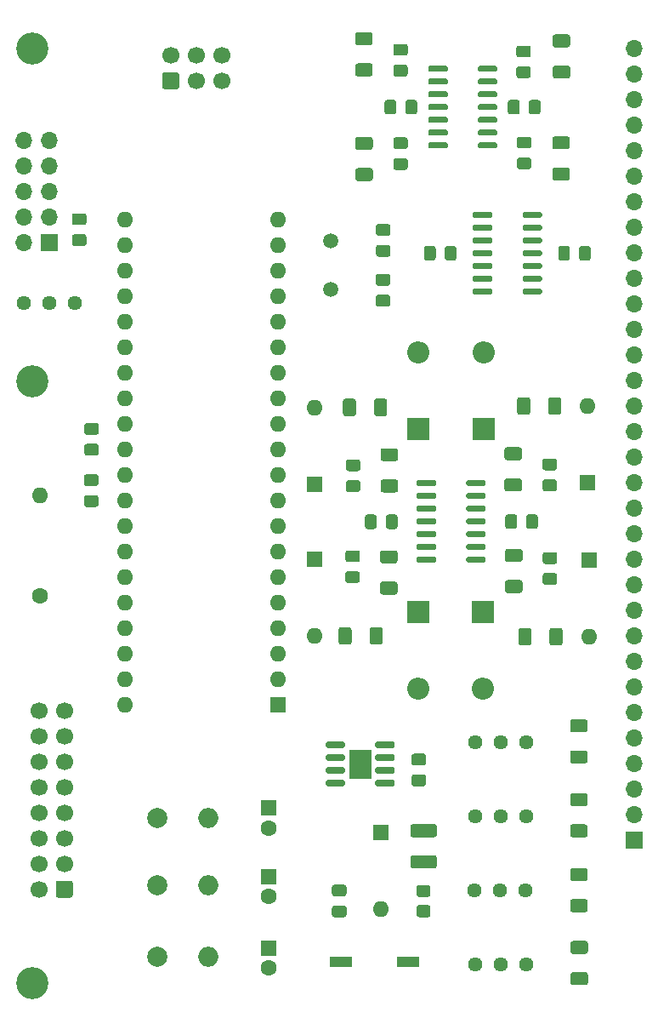
<source format=gbr>
%TF.GenerationSoftware,KiCad,Pcbnew,(5.1.10)-1*%
%TF.CreationDate,2021-10-30T12:19:22-04:00*%
%TF.ProjectId,Processor Board,50726f63-6573-4736-9f72-20426f617264,rev?*%
%TF.SameCoordinates,Original*%
%TF.FileFunction,Soldermask,Top*%
%TF.FilePolarity,Negative*%
%FSLAX46Y46*%
G04 Gerber Fmt 4.6, Leading zero omitted, Abs format (unit mm)*
G04 Created by KiCad (PCBNEW (5.1.10)-1) date 2021-10-30 12:19:22*
%MOMM*%
%LPD*%
G01*
G04 APERTURE LIST*
%ADD10C,3.200000*%
%ADD11C,1.600000*%
%ADD12R,1.600000X1.600000*%
%ADD13O,1.600000X1.600000*%
%ADD14R,2.200000X2.200000*%
%ADD15O,2.200000X2.200000*%
%ADD16C,2.000000*%
%ADD17O,2.000000X2.000000*%
%ADD18C,1.700000*%
%ADD19R,1.700000X1.700000*%
%ADD20O,1.700000X1.700000*%
%ADD21R,2.160000X1.120000*%
%ADD22R,2.290000X3.000000*%
%ADD23C,1.500000*%
%ADD24C,1.440000*%
G04 APERTURE END LIST*
D10*
%TO.C,REF\u002A\u002A*%
X53500000Y-53500000D03*
%TD*%
%TO.C,m3*%
X53500000Y-86600000D03*
%TD*%
%TO.C,m3*%
X53500000Y-146500000D03*
%TD*%
%TO.C,C1*%
G36*
G01*
X87980500Y-73030500D02*
X88930500Y-73030500D01*
G75*
G02*
X89180500Y-73280500I0J-250000D01*
G01*
X89180500Y-73955500D01*
G75*
G02*
X88930500Y-74205500I-250000J0D01*
G01*
X87980500Y-74205500D01*
G75*
G02*
X87730500Y-73955500I0J250000D01*
G01*
X87730500Y-73280500D01*
G75*
G02*
X87980500Y-73030500I250000J0D01*
G01*
G37*
G36*
G01*
X87980500Y-70955500D02*
X88930500Y-70955500D01*
G75*
G02*
X89180500Y-71205500I0J-250000D01*
G01*
X89180500Y-71880500D01*
G75*
G02*
X88930500Y-72130500I-250000J0D01*
G01*
X87980500Y-72130500D01*
G75*
G02*
X87730500Y-71880500I0J250000D01*
G01*
X87730500Y-71205500D01*
G75*
G02*
X87980500Y-70955500I250000J0D01*
G01*
G37*
%TD*%
%TO.C,C2*%
G36*
G01*
X88905100Y-79167300D02*
X87955100Y-79167300D01*
G75*
G02*
X87705100Y-78917300I0J250000D01*
G01*
X87705100Y-78242300D01*
G75*
G02*
X87955100Y-77992300I250000J0D01*
G01*
X88905100Y-77992300D01*
G75*
G02*
X89155100Y-78242300I0J-250000D01*
G01*
X89155100Y-78917300D01*
G75*
G02*
X88905100Y-79167300I-250000J0D01*
G01*
G37*
G36*
G01*
X88905100Y-77092300D02*
X87955100Y-77092300D01*
G75*
G02*
X87705100Y-76842300I0J250000D01*
G01*
X87705100Y-76167300D01*
G75*
G02*
X87955100Y-75917300I250000J0D01*
G01*
X88905100Y-75917300D01*
G75*
G02*
X89155100Y-76167300I0J-250000D01*
G01*
X89155100Y-76842300D01*
G75*
G02*
X88905100Y-77092300I-250000J0D01*
G01*
G37*
%TD*%
%TO.C,C3*%
G36*
G01*
X84549000Y-137838940D02*
X83599000Y-137838940D01*
G75*
G02*
X83349000Y-137588940I0J250000D01*
G01*
X83349000Y-136913940D01*
G75*
G02*
X83599000Y-136663940I250000J0D01*
G01*
X84549000Y-136663940D01*
G75*
G02*
X84799000Y-136913940I0J-250000D01*
G01*
X84799000Y-137588940D01*
G75*
G02*
X84549000Y-137838940I-250000J0D01*
G01*
G37*
G36*
G01*
X84549000Y-139913940D02*
X83599000Y-139913940D01*
G75*
G02*
X83349000Y-139663940I0J250000D01*
G01*
X83349000Y-138988940D01*
G75*
G02*
X83599000Y-138738940I250000J0D01*
G01*
X84549000Y-138738940D01*
G75*
G02*
X84799000Y-138988940I0J-250000D01*
G01*
X84799000Y-139663940D01*
G75*
G02*
X84549000Y-139913940I-250000J0D01*
G01*
G37*
%TD*%
D11*
%TO.C,C4*%
X77038200Y-144963900D03*
D12*
X77038200Y-142963900D03*
%TD*%
%TO.C,C5*%
G36*
G01*
X102688900Y-101033600D02*
X102688900Y-100083600D01*
G75*
G02*
X102938900Y-99833600I250000J0D01*
G01*
X103613900Y-99833600D01*
G75*
G02*
X103863900Y-100083600I0J-250000D01*
G01*
X103863900Y-101033600D01*
G75*
G02*
X103613900Y-101283600I-250000J0D01*
G01*
X102938900Y-101283600D01*
G75*
G02*
X102688900Y-101033600I0J250000D01*
G01*
G37*
G36*
G01*
X100613900Y-101033600D02*
X100613900Y-100083600D01*
G75*
G02*
X100863900Y-99833600I250000J0D01*
G01*
X101538900Y-99833600D01*
G75*
G02*
X101788900Y-100083600I0J-250000D01*
G01*
X101788900Y-101033600D01*
G75*
G02*
X101538900Y-101283600I-250000J0D01*
G01*
X100863900Y-101283600D01*
G75*
G02*
X100613900Y-101033600I0J250000D01*
G01*
G37*
%TD*%
%TO.C,C6*%
X77038200Y-129025900D03*
D11*
X77038200Y-131025900D03*
%TD*%
%TO.C,C7*%
G36*
G01*
X92463640Y-126881380D02*
X91513640Y-126881380D01*
G75*
G02*
X91263640Y-126631380I0J250000D01*
G01*
X91263640Y-125956380D01*
G75*
G02*
X91513640Y-125706380I250000J0D01*
G01*
X92463640Y-125706380D01*
G75*
G02*
X92713640Y-125956380I0J-250000D01*
G01*
X92713640Y-126631380D01*
G75*
G02*
X92463640Y-126881380I-250000J0D01*
G01*
G37*
G36*
G01*
X92463640Y-124806380D02*
X91513640Y-124806380D01*
G75*
G02*
X91263640Y-124556380I0J250000D01*
G01*
X91263640Y-123881380D01*
G75*
G02*
X91513640Y-123631380I250000J0D01*
G01*
X92463640Y-123631380D01*
G75*
G02*
X92713640Y-123881380I0J-250000D01*
G01*
X92713640Y-124556380D01*
G75*
G02*
X92463640Y-124806380I-250000J0D01*
G01*
G37*
%TD*%
D12*
%TO.C,C8*%
X77038200Y-135851900D03*
D11*
X77038200Y-137851900D03*
%TD*%
%TO.C,C9*%
G36*
G01*
X86631200Y-101046300D02*
X86631200Y-100096300D01*
G75*
G02*
X86881200Y-99846300I250000J0D01*
G01*
X87556200Y-99846300D01*
G75*
G02*
X87806200Y-100096300I0J-250000D01*
G01*
X87806200Y-101046300D01*
G75*
G02*
X87556200Y-101296300I-250000J0D01*
G01*
X86881200Y-101296300D01*
G75*
G02*
X86631200Y-101046300I0J250000D01*
G01*
G37*
G36*
G01*
X88706200Y-101046300D02*
X88706200Y-100096300D01*
G75*
G02*
X88956200Y-99846300I250000J0D01*
G01*
X89631200Y-99846300D01*
G75*
G02*
X89881200Y-100096300I0J-250000D01*
G01*
X89881200Y-101046300D01*
G75*
G02*
X89631200Y-101296300I-250000J0D01*
G01*
X88956200Y-101296300D01*
G75*
G02*
X88706200Y-101046300I0J250000D01*
G01*
G37*
%TD*%
%TO.C,C10*%
G36*
G01*
X58930520Y-92818460D02*
X59880520Y-92818460D01*
G75*
G02*
X60130520Y-93068460I0J-250000D01*
G01*
X60130520Y-93743460D01*
G75*
G02*
X59880520Y-93993460I-250000J0D01*
G01*
X58930520Y-93993460D01*
G75*
G02*
X58680520Y-93743460I0J250000D01*
G01*
X58680520Y-93068460D01*
G75*
G02*
X58930520Y-92818460I250000J0D01*
G01*
G37*
G36*
G01*
X58930520Y-90743460D02*
X59880520Y-90743460D01*
G75*
G02*
X60130520Y-90993460I0J-250000D01*
G01*
X60130520Y-91668460D01*
G75*
G02*
X59880520Y-91918460I-250000J0D01*
G01*
X58930520Y-91918460D01*
G75*
G02*
X58680520Y-91668460I0J250000D01*
G01*
X58680520Y-90993460D01*
G75*
G02*
X58930520Y-90743460I250000J0D01*
G01*
G37*
%TD*%
%TO.C,C11*%
G36*
G01*
X90650080Y-56287160D02*
X89700080Y-56287160D01*
G75*
G02*
X89450080Y-56037160I0J250000D01*
G01*
X89450080Y-55362160D01*
G75*
G02*
X89700080Y-55112160I250000J0D01*
G01*
X90650080Y-55112160D01*
G75*
G02*
X90900080Y-55362160I0J-250000D01*
G01*
X90900080Y-56037160D01*
G75*
G02*
X90650080Y-56287160I-250000J0D01*
G01*
G37*
G36*
G01*
X90650080Y-54212160D02*
X89700080Y-54212160D01*
G75*
G02*
X89450080Y-53962160I0J250000D01*
G01*
X89450080Y-53287160D01*
G75*
G02*
X89700080Y-53037160I250000J0D01*
G01*
X90650080Y-53037160D01*
G75*
G02*
X90900080Y-53287160I0J-250000D01*
G01*
X90900080Y-53962160D01*
G75*
G02*
X90650080Y-54212160I-250000J0D01*
G01*
G37*
%TD*%
%TO.C,C12*%
G36*
G01*
X89700080Y-64400760D02*
X90650080Y-64400760D01*
G75*
G02*
X90900080Y-64650760I0J-250000D01*
G01*
X90900080Y-65325760D01*
G75*
G02*
X90650080Y-65575760I-250000J0D01*
G01*
X89700080Y-65575760D01*
G75*
G02*
X89450080Y-65325760I0J250000D01*
G01*
X89450080Y-64650760D01*
G75*
G02*
X89700080Y-64400760I250000J0D01*
G01*
G37*
G36*
G01*
X89700080Y-62325760D02*
X90650080Y-62325760D01*
G75*
G02*
X90900080Y-62575760I0J-250000D01*
G01*
X90900080Y-63250760D01*
G75*
G02*
X90650080Y-63500760I-250000J0D01*
G01*
X89700080Y-63500760D01*
G75*
G02*
X89450080Y-63250760I0J250000D01*
G01*
X89450080Y-62575760D01*
G75*
G02*
X89700080Y-62325760I250000J0D01*
G01*
G37*
%TD*%
%TO.C,C13*%
G36*
G01*
X102006380Y-62262260D02*
X102956380Y-62262260D01*
G75*
G02*
X103206380Y-62512260I0J-250000D01*
G01*
X103206380Y-63187260D01*
G75*
G02*
X102956380Y-63437260I-250000J0D01*
G01*
X102006380Y-63437260D01*
G75*
G02*
X101756380Y-63187260I0J250000D01*
G01*
X101756380Y-62512260D01*
G75*
G02*
X102006380Y-62262260I250000J0D01*
G01*
G37*
G36*
G01*
X102006380Y-64337260D02*
X102956380Y-64337260D01*
G75*
G02*
X103206380Y-64587260I0J-250000D01*
G01*
X103206380Y-65262260D01*
G75*
G02*
X102956380Y-65512260I-250000J0D01*
G01*
X102006380Y-65512260D01*
G75*
G02*
X101756380Y-65262260I0J250000D01*
G01*
X101756380Y-64587260D01*
G75*
G02*
X102006380Y-64337260I250000J0D01*
G01*
G37*
%TD*%
%TO.C,C14*%
G36*
G01*
X102947980Y-59806860D02*
X102947980Y-58856860D01*
G75*
G02*
X103197980Y-58606860I250000J0D01*
G01*
X103872980Y-58606860D01*
G75*
G02*
X104122980Y-58856860I0J-250000D01*
G01*
X104122980Y-59806860D01*
G75*
G02*
X103872980Y-60056860I-250000J0D01*
G01*
X103197980Y-60056860D01*
G75*
G02*
X102947980Y-59806860I0J250000D01*
G01*
G37*
G36*
G01*
X100872980Y-59806860D02*
X100872980Y-58856860D01*
G75*
G02*
X101122980Y-58606860I250000J0D01*
G01*
X101797980Y-58606860D01*
G75*
G02*
X102047980Y-58856860I0J-250000D01*
G01*
X102047980Y-59806860D01*
G75*
G02*
X101797980Y-60056860I-250000J0D01*
G01*
X101122980Y-60056860D01*
G75*
G02*
X100872980Y-59806860I0J250000D01*
G01*
G37*
%TD*%
%TO.C,C15*%
G36*
G01*
X91829380Y-58856860D02*
X91829380Y-59806860D01*
G75*
G02*
X91579380Y-60056860I-250000J0D01*
G01*
X90904380Y-60056860D01*
G75*
G02*
X90654380Y-59806860I0J250000D01*
G01*
X90654380Y-58856860D01*
G75*
G02*
X90904380Y-58606860I250000J0D01*
G01*
X91579380Y-58606860D01*
G75*
G02*
X91829380Y-58856860I0J-250000D01*
G01*
G37*
G36*
G01*
X89754380Y-58856860D02*
X89754380Y-59806860D01*
G75*
G02*
X89504380Y-60056860I-250000J0D01*
G01*
X88829380Y-60056860D01*
G75*
G02*
X88579380Y-59806860I0J250000D01*
G01*
X88579380Y-58856860D01*
G75*
G02*
X88829380Y-58606860I250000J0D01*
G01*
X89504380Y-58606860D01*
G75*
G02*
X89754380Y-58856860I0J-250000D01*
G01*
G37*
%TD*%
%TO.C,C16*%
G36*
G01*
X102905580Y-56452260D02*
X101955580Y-56452260D01*
G75*
G02*
X101705580Y-56202260I0J250000D01*
G01*
X101705580Y-55527260D01*
G75*
G02*
X101955580Y-55277260I250000J0D01*
G01*
X102905580Y-55277260D01*
G75*
G02*
X103155580Y-55527260I0J-250000D01*
G01*
X103155580Y-56202260D01*
G75*
G02*
X102905580Y-56452260I-250000J0D01*
G01*
G37*
G36*
G01*
X102905580Y-54377260D02*
X101955580Y-54377260D01*
G75*
G02*
X101705580Y-54127260I0J250000D01*
G01*
X101705580Y-53452260D01*
G75*
G02*
X101955580Y-53202260I250000J0D01*
G01*
X102905580Y-53202260D01*
G75*
G02*
X103155580Y-53452260I0J-250000D01*
G01*
X103155580Y-54127260D01*
G75*
G02*
X102905580Y-54377260I-250000J0D01*
G01*
G37*
%TD*%
%TO.C,C17*%
G36*
G01*
X107954140Y-74343280D02*
X107954140Y-73393280D01*
G75*
G02*
X108204140Y-73143280I250000J0D01*
G01*
X108879140Y-73143280D01*
G75*
G02*
X109129140Y-73393280I0J-250000D01*
G01*
X109129140Y-74343280D01*
G75*
G02*
X108879140Y-74593280I-250000J0D01*
G01*
X108204140Y-74593280D01*
G75*
G02*
X107954140Y-74343280I0J250000D01*
G01*
G37*
G36*
G01*
X105879140Y-74343280D02*
X105879140Y-73393280D01*
G75*
G02*
X106129140Y-73143280I250000J0D01*
G01*
X106804140Y-73143280D01*
G75*
G02*
X107054140Y-73393280I0J-250000D01*
G01*
X107054140Y-74343280D01*
G75*
G02*
X106804140Y-74593280I-250000J0D01*
G01*
X106129140Y-74593280D01*
G75*
G02*
X105879140Y-74343280I0J250000D01*
G01*
G37*
%TD*%
%TO.C,C18*%
G36*
G01*
X95756220Y-73393280D02*
X95756220Y-74343280D01*
G75*
G02*
X95506220Y-74593280I-250000J0D01*
G01*
X94831220Y-74593280D01*
G75*
G02*
X94581220Y-74343280I0J250000D01*
G01*
X94581220Y-73393280D01*
G75*
G02*
X94831220Y-73143280I250000J0D01*
G01*
X95506220Y-73143280D01*
G75*
G02*
X95756220Y-73393280I0J-250000D01*
G01*
G37*
G36*
G01*
X93681220Y-73393280D02*
X93681220Y-74343280D01*
G75*
G02*
X93431220Y-74593280I-250000J0D01*
G01*
X92756220Y-74593280D01*
G75*
G02*
X92506220Y-74343280I0J250000D01*
G01*
X92506220Y-73393280D01*
G75*
G02*
X92756220Y-73143280I250000J0D01*
G01*
X93431220Y-73143280D01*
G75*
G02*
X93681220Y-73393280I0J-250000D01*
G01*
G37*
%TD*%
%TO.C,C19*%
G36*
G01*
X84983300Y-96440500D02*
X85933300Y-96440500D01*
G75*
G02*
X86183300Y-96690500I0J-250000D01*
G01*
X86183300Y-97365500D01*
G75*
G02*
X85933300Y-97615500I-250000J0D01*
G01*
X84983300Y-97615500D01*
G75*
G02*
X84733300Y-97365500I0J250000D01*
G01*
X84733300Y-96690500D01*
G75*
G02*
X84983300Y-96440500I250000J0D01*
G01*
G37*
G36*
G01*
X84983300Y-94365500D02*
X85933300Y-94365500D01*
G75*
G02*
X86183300Y-94615500I0J-250000D01*
G01*
X86183300Y-95290500D01*
G75*
G02*
X85933300Y-95540500I-250000J0D01*
G01*
X84983300Y-95540500D01*
G75*
G02*
X84733300Y-95290500I0J250000D01*
G01*
X84733300Y-94615500D01*
G75*
G02*
X84983300Y-94365500I250000J0D01*
G01*
G37*
%TD*%
%TO.C,C20*%
G36*
G01*
X85882500Y-106662800D02*
X84932500Y-106662800D01*
G75*
G02*
X84682500Y-106412800I0J250000D01*
G01*
X84682500Y-105737800D01*
G75*
G02*
X84932500Y-105487800I250000J0D01*
G01*
X85882500Y-105487800D01*
G75*
G02*
X86132500Y-105737800I0J-250000D01*
G01*
X86132500Y-106412800D01*
G75*
G02*
X85882500Y-106662800I-250000J0D01*
G01*
G37*
G36*
G01*
X85882500Y-104587800D02*
X84932500Y-104587800D01*
G75*
G02*
X84682500Y-104337800I0J250000D01*
G01*
X84682500Y-103662800D01*
G75*
G02*
X84932500Y-103412800I250000J0D01*
G01*
X85882500Y-103412800D01*
G75*
G02*
X86132500Y-103662800I0J-250000D01*
G01*
X86132500Y-104337800D01*
G75*
G02*
X85882500Y-104587800I-250000J0D01*
G01*
G37*
%TD*%
%TO.C,C21*%
G36*
G01*
X105529400Y-106840600D02*
X104579400Y-106840600D01*
G75*
G02*
X104329400Y-106590600I0J250000D01*
G01*
X104329400Y-105915600D01*
G75*
G02*
X104579400Y-105665600I250000J0D01*
G01*
X105529400Y-105665600D01*
G75*
G02*
X105779400Y-105915600I0J-250000D01*
G01*
X105779400Y-106590600D01*
G75*
G02*
X105529400Y-106840600I-250000J0D01*
G01*
G37*
G36*
G01*
X105529400Y-104765600D02*
X104579400Y-104765600D01*
G75*
G02*
X104329400Y-104515600I0J250000D01*
G01*
X104329400Y-103840600D01*
G75*
G02*
X104579400Y-103590600I250000J0D01*
G01*
X105529400Y-103590600D01*
G75*
G02*
X105779400Y-103840600I0J-250000D01*
G01*
X105779400Y-104515600D01*
G75*
G02*
X105529400Y-104765600I-250000J0D01*
G01*
G37*
%TD*%
%TO.C,C22*%
G36*
G01*
X104554000Y-96364300D02*
X105504000Y-96364300D01*
G75*
G02*
X105754000Y-96614300I0J-250000D01*
G01*
X105754000Y-97289300D01*
G75*
G02*
X105504000Y-97539300I-250000J0D01*
G01*
X104554000Y-97539300D01*
G75*
G02*
X104304000Y-97289300I0J250000D01*
G01*
X104304000Y-96614300D01*
G75*
G02*
X104554000Y-96364300I250000J0D01*
G01*
G37*
G36*
G01*
X104554000Y-94289300D02*
X105504000Y-94289300D01*
G75*
G02*
X105754000Y-94539300I0J-250000D01*
G01*
X105754000Y-95214300D01*
G75*
G02*
X105504000Y-95464300I-250000J0D01*
G01*
X104554000Y-95464300D01*
G75*
G02*
X104304000Y-95214300I0J250000D01*
G01*
X104304000Y-94539300D01*
G75*
G02*
X104554000Y-94289300I250000J0D01*
G01*
G37*
%TD*%
%TO.C,C23*%
G36*
G01*
X58651160Y-71066240D02*
X57701160Y-71066240D01*
G75*
G02*
X57451160Y-70816240I0J250000D01*
G01*
X57451160Y-70141240D01*
G75*
G02*
X57701160Y-69891240I250000J0D01*
G01*
X58651160Y-69891240D01*
G75*
G02*
X58901160Y-70141240I0J-250000D01*
G01*
X58901160Y-70816240D01*
G75*
G02*
X58651160Y-71066240I-250000J0D01*
G01*
G37*
G36*
G01*
X58651160Y-73141240D02*
X57701160Y-73141240D01*
G75*
G02*
X57451160Y-72891240I0J250000D01*
G01*
X57451160Y-72216240D01*
G75*
G02*
X57701160Y-71966240I250000J0D01*
G01*
X58651160Y-71966240D01*
G75*
G02*
X58901160Y-72216240I0J-250000D01*
G01*
X58901160Y-72891240D01*
G75*
G02*
X58651160Y-73141240I-250000J0D01*
G01*
G37*
%TD*%
%TO.C,C24*%
G36*
G01*
X59850040Y-99098860D02*
X58900040Y-99098860D01*
G75*
G02*
X58650040Y-98848860I0J250000D01*
G01*
X58650040Y-98173860D01*
G75*
G02*
X58900040Y-97923860I250000J0D01*
G01*
X59850040Y-97923860D01*
G75*
G02*
X60100040Y-98173860I0J-250000D01*
G01*
X60100040Y-98848860D01*
G75*
G02*
X59850040Y-99098860I-250000J0D01*
G01*
G37*
G36*
G01*
X59850040Y-97023860D02*
X58900040Y-97023860D01*
G75*
G02*
X58650040Y-96773860I0J250000D01*
G01*
X58650040Y-96098860D01*
G75*
G02*
X58900040Y-95848860I250000J0D01*
G01*
X59850040Y-95848860D01*
G75*
G02*
X60100040Y-96098860I0J-250000D01*
G01*
X60100040Y-96773860D01*
G75*
G02*
X59850040Y-97023860I-250000J0D01*
G01*
G37*
%TD*%
D12*
%TO.C,D1*%
X88193880Y-131490720D03*
D13*
X88193880Y-139110720D03*
%TD*%
D14*
%TO.C,D2*%
X91937840Y-91313000D03*
D15*
X91937840Y-83693000D03*
%TD*%
D14*
%TO.C,D3*%
X91968320Y-109534960D03*
D15*
X91968320Y-117154960D03*
%TD*%
%TO.C,D4*%
X98384360Y-117154960D03*
D14*
X98384360Y-109534960D03*
%TD*%
D15*
%TO.C,D5*%
X98455480Y-83693000D03*
D14*
X98455480Y-91313000D03*
%TD*%
D13*
%TO.C,D6*%
X81610200Y-89192100D03*
D12*
X81610200Y-96812100D03*
%TD*%
%TO.C,D7*%
X81622900Y-104279700D03*
D13*
X81622900Y-111899700D03*
%TD*%
%TO.C,D8*%
X109004100Y-111975900D03*
D12*
X109004100Y-104355900D03*
%TD*%
%TO.C,D9*%
X108826300Y-96685100D03*
D13*
X108826300Y-89065100D03*
%TD*%
D16*
%TO.C,FB1*%
X65976500Y-143878300D03*
D17*
X71056500Y-143878300D03*
%TD*%
%TO.C,FB2*%
X71005700Y-136766300D03*
D16*
X65925700Y-136766300D03*
%TD*%
%TO.C,FB3*%
X65976500Y-130009900D03*
D17*
X71056500Y-130009900D03*
%TD*%
%TO.C,J2*%
G36*
G01*
X67884600Y-57555500D02*
X66684600Y-57555500D01*
G75*
G02*
X66434600Y-57305500I0J250000D01*
G01*
X66434600Y-56105500D01*
G75*
G02*
X66684600Y-55855500I250000J0D01*
G01*
X67884600Y-55855500D01*
G75*
G02*
X68134600Y-56105500I0J-250000D01*
G01*
X68134600Y-57305500D01*
G75*
G02*
X67884600Y-57555500I-250000J0D01*
G01*
G37*
D18*
X69824600Y-56705500D03*
X72364600Y-56705500D03*
X67284600Y-54165500D03*
X69824600Y-54165500D03*
X72364600Y-54165500D03*
%TD*%
D19*
%TO.C,J3*%
X55240000Y-72800000D03*
D20*
X52700000Y-72800000D03*
X55240000Y-70260000D03*
X52700000Y-70260000D03*
X55240000Y-67720000D03*
X52700000Y-67720000D03*
X55240000Y-65180000D03*
X52700000Y-65180000D03*
X55240000Y-62640000D03*
X52700000Y-62640000D03*
%TD*%
D19*
%TO.C,J4*%
X113459200Y-132232400D03*
D20*
X113459200Y-129692400D03*
X113459200Y-127152400D03*
X113459200Y-124612400D03*
X113459200Y-122072400D03*
X113459200Y-119532400D03*
X113459200Y-116992400D03*
X113459200Y-114452400D03*
X113459200Y-111912400D03*
X113459200Y-109372400D03*
X113459200Y-106832400D03*
X113459200Y-104292400D03*
X113459200Y-101752400D03*
X113459200Y-99212400D03*
X113459200Y-96672400D03*
X113459200Y-94132400D03*
X113459200Y-91592400D03*
X113459200Y-89052400D03*
X113459200Y-86512400D03*
X113459200Y-83972400D03*
X113459200Y-81432400D03*
X113459200Y-78892400D03*
X113459200Y-76352400D03*
X113459200Y-73812400D03*
X113459200Y-71272400D03*
X113459200Y-68732400D03*
X113459200Y-66192400D03*
X113459200Y-63652400D03*
X113459200Y-61112400D03*
X113459200Y-58572400D03*
X113459200Y-56032400D03*
X113459200Y-53492400D03*
%TD*%
D11*
%TO.C,L1*%
X54259480Y-107980480D03*
D13*
X54259480Y-97980480D03*
%TD*%
%TO.C,R1*%
G36*
G01*
X92016159Y-136702240D02*
X92916161Y-136702240D01*
G75*
G02*
X93166160Y-136952239I0J-249999D01*
G01*
X93166160Y-137652241D01*
G75*
G02*
X92916161Y-137902240I-249999J0D01*
G01*
X92016159Y-137902240D01*
G75*
G02*
X91766160Y-137652241I0J249999D01*
G01*
X91766160Y-136952239D01*
G75*
G02*
X92016159Y-136702240I249999J0D01*
G01*
G37*
G36*
G01*
X92016159Y-138702240D02*
X92916161Y-138702240D01*
G75*
G02*
X93166160Y-138952239I0J-249999D01*
G01*
X93166160Y-139652241D01*
G75*
G02*
X92916161Y-139902240I-249999J0D01*
G01*
X92016159Y-139902240D01*
G75*
G02*
X91766160Y-139652241I0J249999D01*
G01*
X91766160Y-138952239D01*
G75*
G02*
X92016159Y-138702240I249999J0D01*
G01*
G37*
%TD*%
%TO.C,R2*%
G36*
G01*
X93546240Y-135047680D02*
X91396240Y-135047680D01*
G75*
G02*
X91146240Y-134797680I0J250000D01*
G01*
X91146240Y-133997680D01*
G75*
G02*
X91396240Y-133747680I250000J0D01*
G01*
X93546240Y-133747680D01*
G75*
G02*
X93796240Y-133997680I0J-250000D01*
G01*
X93796240Y-134797680D01*
G75*
G02*
X93546240Y-135047680I-250000J0D01*
G01*
G37*
G36*
G01*
X93546240Y-131947680D02*
X91396240Y-131947680D01*
G75*
G02*
X91146240Y-131697680I0J250000D01*
G01*
X91146240Y-130897680D01*
G75*
G02*
X91396240Y-130647680I250000J0D01*
G01*
X93546240Y-130647680D01*
G75*
G02*
X93796240Y-130897680I0J-250000D01*
G01*
X93796240Y-131697680D01*
G75*
G02*
X93546240Y-131947680I-250000J0D01*
G01*
G37*
%TD*%
%TO.C,R3*%
G36*
G01*
X87155180Y-53174660D02*
X85905180Y-53174660D01*
G75*
G02*
X85655180Y-52924660I0J250000D01*
G01*
X85655180Y-52124660D01*
G75*
G02*
X85905180Y-51874660I250000J0D01*
G01*
X87155180Y-51874660D01*
G75*
G02*
X87405180Y-52124660I0J-250000D01*
G01*
X87405180Y-52924660D01*
G75*
G02*
X87155180Y-53174660I-250000J0D01*
G01*
G37*
G36*
G01*
X87155180Y-56274660D02*
X85905180Y-56274660D01*
G75*
G02*
X85655180Y-56024660I0J250000D01*
G01*
X85655180Y-55224660D01*
G75*
G02*
X85905180Y-54974660I250000J0D01*
G01*
X87155180Y-54974660D01*
G75*
G02*
X87405180Y-55224660I0J-250000D01*
G01*
X87405180Y-56024660D01*
G75*
G02*
X87155180Y-56274660I-250000J0D01*
G01*
G37*
%TD*%
%TO.C,R4*%
G36*
G01*
X85917880Y-62288660D02*
X87167880Y-62288660D01*
G75*
G02*
X87417880Y-62538660I0J-250000D01*
G01*
X87417880Y-63338660D01*
G75*
G02*
X87167880Y-63588660I-250000J0D01*
G01*
X85917880Y-63588660D01*
G75*
G02*
X85667880Y-63338660I0J250000D01*
G01*
X85667880Y-62538660D01*
G75*
G02*
X85917880Y-62288660I250000J0D01*
G01*
G37*
G36*
G01*
X85917880Y-65388660D02*
X87167880Y-65388660D01*
G75*
G02*
X87417880Y-65638660I0J-250000D01*
G01*
X87417880Y-66438660D01*
G75*
G02*
X87167880Y-66688660I-250000J0D01*
G01*
X85917880Y-66688660D01*
G75*
G02*
X85667880Y-66438660I0J250000D01*
G01*
X85667880Y-65638660D01*
G75*
G02*
X85917880Y-65388660I250000J0D01*
G01*
G37*
%TD*%
%TO.C,R5*%
G36*
G01*
X105539380Y-65325160D02*
X106789380Y-65325160D01*
G75*
G02*
X107039380Y-65575160I0J-250000D01*
G01*
X107039380Y-66375160D01*
G75*
G02*
X106789380Y-66625160I-250000J0D01*
G01*
X105539380Y-66625160D01*
G75*
G02*
X105289380Y-66375160I0J250000D01*
G01*
X105289380Y-65575160D01*
G75*
G02*
X105539380Y-65325160I250000J0D01*
G01*
G37*
G36*
G01*
X105539380Y-62225160D02*
X106789380Y-62225160D01*
G75*
G02*
X107039380Y-62475160I0J-250000D01*
G01*
X107039380Y-63275160D01*
G75*
G02*
X106789380Y-63525160I-250000J0D01*
G01*
X105539380Y-63525160D01*
G75*
G02*
X105289380Y-63275160I0J250000D01*
G01*
X105289380Y-62475160D01*
G75*
G02*
X105539380Y-62225160I250000J0D01*
G01*
G37*
%TD*%
%TO.C,R6*%
G36*
G01*
X106827480Y-56490560D02*
X105577480Y-56490560D01*
G75*
G02*
X105327480Y-56240560I0J250000D01*
G01*
X105327480Y-55440560D01*
G75*
G02*
X105577480Y-55190560I250000J0D01*
G01*
X106827480Y-55190560D01*
G75*
G02*
X107077480Y-55440560I0J-250000D01*
G01*
X107077480Y-56240560D01*
G75*
G02*
X106827480Y-56490560I-250000J0D01*
G01*
G37*
G36*
G01*
X106827480Y-53390560D02*
X105577480Y-53390560D01*
G75*
G02*
X105327480Y-53140560I0J250000D01*
G01*
X105327480Y-52340560D01*
G75*
G02*
X105577480Y-52090560I250000J0D01*
G01*
X106827480Y-52090560D01*
G75*
G02*
X107077480Y-52340560I0J-250000D01*
G01*
X107077480Y-53140560D01*
G75*
G02*
X106827480Y-53390560I-250000J0D01*
G01*
G37*
%TD*%
%TO.C,R7*%
G36*
G01*
X107350400Y-145361900D02*
X108600400Y-145361900D01*
G75*
G02*
X108850400Y-145611900I0J-250000D01*
G01*
X108850400Y-146411900D01*
G75*
G02*
X108600400Y-146661900I-250000J0D01*
G01*
X107350400Y-146661900D01*
G75*
G02*
X107100400Y-146411900I0J250000D01*
G01*
X107100400Y-145611900D01*
G75*
G02*
X107350400Y-145361900I250000J0D01*
G01*
G37*
G36*
G01*
X107350400Y-142261900D02*
X108600400Y-142261900D01*
G75*
G02*
X108850400Y-142511900I0J-250000D01*
G01*
X108850400Y-143311900D01*
G75*
G02*
X108600400Y-143561900I-250000J0D01*
G01*
X107350400Y-143561900D01*
G75*
G02*
X107100400Y-143311900I0J250000D01*
G01*
X107100400Y-142511900D01*
G75*
G02*
X107350400Y-142261900I250000J0D01*
G01*
G37*
%TD*%
%TO.C,R8*%
G36*
G01*
X107325000Y-135011400D02*
X108575000Y-135011400D01*
G75*
G02*
X108825000Y-135261400I0J-250000D01*
G01*
X108825000Y-136061400D01*
G75*
G02*
X108575000Y-136311400I-250000J0D01*
G01*
X107325000Y-136311400D01*
G75*
G02*
X107075000Y-136061400I0J250000D01*
G01*
X107075000Y-135261400D01*
G75*
G02*
X107325000Y-135011400I250000J0D01*
G01*
G37*
G36*
G01*
X107325000Y-138111400D02*
X108575000Y-138111400D01*
G75*
G02*
X108825000Y-138361400I0J-250000D01*
G01*
X108825000Y-139161400D01*
G75*
G02*
X108575000Y-139411400I-250000J0D01*
G01*
X107325000Y-139411400D01*
G75*
G02*
X107075000Y-139161400I0J250000D01*
G01*
X107075000Y-138361400D01*
G75*
G02*
X107325000Y-138111400I250000J0D01*
G01*
G37*
%TD*%
%TO.C,R9*%
G36*
G01*
X107312300Y-130668000D02*
X108562300Y-130668000D01*
G75*
G02*
X108812300Y-130918000I0J-250000D01*
G01*
X108812300Y-131718000D01*
G75*
G02*
X108562300Y-131968000I-250000J0D01*
G01*
X107312300Y-131968000D01*
G75*
G02*
X107062300Y-131718000I0J250000D01*
G01*
X107062300Y-130918000D01*
G75*
G02*
X107312300Y-130668000I250000J0D01*
G01*
G37*
G36*
G01*
X107312300Y-127568000D02*
X108562300Y-127568000D01*
G75*
G02*
X108812300Y-127818000I0J-250000D01*
G01*
X108812300Y-128618000D01*
G75*
G02*
X108562300Y-128868000I-250000J0D01*
G01*
X107312300Y-128868000D01*
G75*
G02*
X107062300Y-128618000I0J250000D01*
G01*
X107062300Y-127818000D01*
G75*
G02*
X107312300Y-127568000I250000J0D01*
G01*
G37*
%TD*%
%TO.C,R10*%
G36*
G01*
X107312300Y-120215900D02*
X108562300Y-120215900D01*
G75*
G02*
X108812300Y-120465900I0J-250000D01*
G01*
X108812300Y-121265900D01*
G75*
G02*
X108562300Y-121515900I-250000J0D01*
G01*
X107312300Y-121515900D01*
G75*
G02*
X107062300Y-121265900I0J250000D01*
G01*
X107062300Y-120465900D01*
G75*
G02*
X107312300Y-120215900I250000J0D01*
G01*
G37*
G36*
G01*
X107312300Y-123315900D02*
X108562300Y-123315900D01*
G75*
G02*
X108812300Y-123565900I0J-250000D01*
G01*
X108812300Y-124365900D01*
G75*
G02*
X108562300Y-124615900I-250000J0D01*
G01*
X107312300Y-124615900D01*
G75*
G02*
X107062300Y-124365900I0J250000D01*
G01*
X107062300Y-123565900D01*
G75*
G02*
X107312300Y-123315900I250000J0D01*
G01*
G37*
%TD*%
%TO.C,R11*%
G36*
G01*
X88440100Y-96352600D02*
X89690100Y-96352600D01*
G75*
G02*
X89940100Y-96602600I0J-250000D01*
G01*
X89940100Y-97402600D01*
G75*
G02*
X89690100Y-97652600I-250000J0D01*
G01*
X88440100Y-97652600D01*
G75*
G02*
X88190100Y-97402600I0J250000D01*
G01*
X88190100Y-96602600D01*
G75*
G02*
X88440100Y-96352600I250000J0D01*
G01*
G37*
G36*
G01*
X88440100Y-93252600D02*
X89690100Y-93252600D01*
G75*
G02*
X89940100Y-93502600I0J-250000D01*
G01*
X89940100Y-94302600D01*
G75*
G02*
X89690100Y-94552600I-250000J0D01*
G01*
X88440100Y-94552600D01*
G75*
G02*
X88190100Y-94302600I0J250000D01*
G01*
X88190100Y-93502600D01*
G75*
G02*
X88440100Y-93252600I250000J0D01*
G01*
G37*
%TD*%
%TO.C,R12*%
G36*
G01*
X89626600Y-104713800D02*
X88376600Y-104713800D01*
G75*
G02*
X88126600Y-104463800I0J250000D01*
G01*
X88126600Y-103663800D01*
G75*
G02*
X88376600Y-103413800I250000J0D01*
G01*
X89626600Y-103413800D01*
G75*
G02*
X89876600Y-103663800I0J-250000D01*
G01*
X89876600Y-104463800D01*
G75*
G02*
X89626600Y-104713800I-250000J0D01*
G01*
G37*
G36*
G01*
X89626600Y-107813800D02*
X88376600Y-107813800D01*
G75*
G02*
X88126600Y-107563800I0J250000D01*
G01*
X88126600Y-106763800D01*
G75*
G02*
X88376600Y-106513800I250000J0D01*
G01*
X89626600Y-106513800D01*
G75*
G02*
X89876600Y-106763800I0J-250000D01*
G01*
X89876600Y-107563800D01*
G75*
G02*
X89626600Y-107813800I-250000J0D01*
G01*
G37*
%TD*%
%TO.C,R13*%
G36*
G01*
X102077680Y-107670360D02*
X100827680Y-107670360D01*
G75*
G02*
X100577680Y-107420360I0J250000D01*
G01*
X100577680Y-106620360D01*
G75*
G02*
X100827680Y-106370360I250000J0D01*
G01*
X102077680Y-106370360D01*
G75*
G02*
X102327680Y-106620360I0J-250000D01*
G01*
X102327680Y-107420360D01*
G75*
G02*
X102077680Y-107670360I-250000J0D01*
G01*
G37*
G36*
G01*
X102077680Y-104570360D02*
X100827680Y-104570360D01*
G75*
G02*
X100577680Y-104320360I0J250000D01*
G01*
X100577680Y-103520360D01*
G75*
G02*
X100827680Y-103270360I250000J0D01*
G01*
X102077680Y-103270360D01*
G75*
G02*
X102327680Y-103520360I0J-250000D01*
G01*
X102327680Y-104320360D01*
G75*
G02*
X102077680Y-104570360I-250000J0D01*
G01*
G37*
%TD*%
%TO.C,R14*%
G36*
G01*
X100771800Y-93151000D02*
X102021800Y-93151000D01*
G75*
G02*
X102271800Y-93401000I0J-250000D01*
G01*
X102271800Y-94201000D01*
G75*
G02*
X102021800Y-94451000I-250000J0D01*
G01*
X100771800Y-94451000D01*
G75*
G02*
X100521800Y-94201000I0J250000D01*
G01*
X100521800Y-93401000D01*
G75*
G02*
X100771800Y-93151000I250000J0D01*
G01*
G37*
G36*
G01*
X100771800Y-96251000D02*
X102021800Y-96251000D01*
G75*
G02*
X102271800Y-96501000I0J-250000D01*
G01*
X102271800Y-97301000D01*
G75*
G02*
X102021800Y-97551000I-250000J0D01*
G01*
X100771800Y-97551000D01*
G75*
G02*
X100521800Y-97301000I0J250000D01*
G01*
X100521800Y-96501000D01*
G75*
G02*
X100771800Y-96251000I250000J0D01*
G01*
G37*
%TD*%
%TO.C,R15*%
G36*
G01*
X88843880Y-88569640D02*
X88843880Y-89819640D01*
G75*
G02*
X88593880Y-90069640I-250000J0D01*
G01*
X87793880Y-90069640D01*
G75*
G02*
X87543880Y-89819640I0J250000D01*
G01*
X87543880Y-88569640D01*
G75*
G02*
X87793880Y-88319640I250000J0D01*
G01*
X88593880Y-88319640D01*
G75*
G02*
X88843880Y-88569640I0J-250000D01*
G01*
G37*
G36*
G01*
X85743880Y-88569640D02*
X85743880Y-89819640D01*
G75*
G02*
X85493880Y-90069640I-250000J0D01*
G01*
X84693880Y-90069640D01*
G75*
G02*
X84443880Y-89819640I0J250000D01*
G01*
X84443880Y-88569640D01*
G75*
G02*
X84693880Y-88319640I250000J0D01*
G01*
X85493880Y-88319640D01*
G75*
G02*
X85743880Y-88569640I0J-250000D01*
G01*
G37*
%TD*%
%TO.C,R16*%
G36*
G01*
X88401920Y-111302640D02*
X88401920Y-112552640D01*
G75*
G02*
X88151920Y-112802640I-250000J0D01*
G01*
X87351920Y-112802640D01*
G75*
G02*
X87101920Y-112552640I0J250000D01*
G01*
X87101920Y-111302640D01*
G75*
G02*
X87351920Y-111052640I250000J0D01*
G01*
X88151920Y-111052640D01*
G75*
G02*
X88401920Y-111302640I0J-250000D01*
G01*
G37*
G36*
G01*
X85301920Y-111302640D02*
X85301920Y-112552640D01*
G75*
G02*
X85051920Y-112802640I-250000J0D01*
G01*
X84251920Y-112802640D01*
G75*
G02*
X84001920Y-112552640I0J250000D01*
G01*
X84001920Y-111302640D01*
G75*
G02*
X84251920Y-111052640I250000J0D01*
G01*
X85051920Y-111052640D01*
G75*
G02*
X85301920Y-111302640I0J-250000D01*
G01*
G37*
%TD*%
%TO.C,R17*%
G36*
G01*
X105019080Y-112623760D02*
X105019080Y-111373760D01*
G75*
G02*
X105269080Y-111123760I250000J0D01*
G01*
X106069080Y-111123760D01*
G75*
G02*
X106319080Y-111373760I0J-250000D01*
G01*
X106319080Y-112623760D01*
G75*
G02*
X106069080Y-112873760I-250000J0D01*
G01*
X105269080Y-112873760D01*
G75*
G02*
X105019080Y-112623760I0J250000D01*
G01*
G37*
G36*
G01*
X101919080Y-112623760D02*
X101919080Y-111373760D01*
G75*
G02*
X102169080Y-111123760I250000J0D01*
G01*
X102969080Y-111123760D01*
G75*
G02*
X103219080Y-111373760I0J-250000D01*
G01*
X103219080Y-112623760D01*
G75*
G02*
X102969080Y-112873760I-250000J0D01*
G01*
X102169080Y-112873760D01*
G75*
G02*
X101919080Y-112623760I0J250000D01*
G01*
G37*
%TD*%
%TO.C,R18*%
G36*
G01*
X101787000Y-89677400D02*
X101787000Y-88427400D01*
G75*
G02*
X102037000Y-88177400I250000J0D01*
G01*
X102837000Y-88177400D01*
G75*
G02*
X103087000Y-88427400I0J-250000D01*
G01*
X103087000Y-89677400D01*
G75*
G02*
X102837000Y-89927400I-250000J0D01*
G01*
X102037000Y-89927400D01*
G75*
G02*
X101787000Y-89677400I0J250000D01*
G01*
G37*
G36*
G01*
X104887000Y-89677400D02*
X104887000Y-88427400D01*
G75*
G02*
X105137000Y-88177400I250000J0D01*
G01*
X105937000Y-88177400D01*
G75*
G02*
X106187000Y-88427400I0J-250000D01*
G01*
X106187000Y-89677400D01*
G75*
G02*
X105937000Y-89927400I-250000J0D01*
G01*
X105137000Y-89927400D01*
G75*
G02*
X104887000Y-89677400I0J250000D01*
G01*
G37*
%TD*%
D21*
%TO.C,SW1*%
X84232480Y-144363440D03*
X90962480Y-144363440D03*
%TD*%
%TO.C,U1*%
G36*
G01*
X91774600Y-96873200D02*
X91774600Y-96573200D01*
G75*
G02*
X91924600Y-96423200I150000J0D01*
G01*
X93574600Y-96423200D01*
G75*
G02*
X93724600Y-96573200I0J-150000D01*
G01*
X93724600Y-96873200D01*
G75*
G02*
X93574600Y-97023200I-150000J0D01*
G01*
X91924600Y-97023200D01*
G75*
G02*
X91774600Y-96873200I0J150000D01*
G01*
G37*
G36*
G01*
X91774600Y-98143200D02*
X91774600Y-97843200D01*
G75*
G02*
X91924600Y-97693200I150000J0D01*
G01*
X93574600Y-97693200D01*
G75*
G02*
X93724600Y-97843200I0J-150000D01*
G01*
X93724600Y-98143200D01*
G75*
G02*
X93574600Y-98293200I-150000J0D01*
G01*
X91924600Y-98293200D01*
G75*
G02*
X91774600Y-98143200I0J150000D01*
G01*
G37*
G36*
G01*
X91774600Y-99413200D02*
X91774600Y-99113200D01*
G75*
G02*
X91924600Y-98963200I150000J0D01*
G01*
X93574600Y-98963200D01*
G75*
G02*
X93724600Y-99113200I0J-150000D01*
G01*
X93724600Y-99413200D01*
G75*
G02*
X93574600Y-99563200I-150000J0D01*
G01*
X91924600Y-99563200D01*
G75*
G02*
X91774600Y-99413200I0J150000D01*
G01*
G37*
G36*
G01*
X91774600Y-100683200D02*
X91774600Y-100383200D01*
G75*
G02*
X91924600Y-100233200I150000J0D01*
G01*
X93574600Y-100233200D01*
G75*
G02*
X93724600Y-100383200I0J-150000D01*
G01*
X93724600Y-100683200D01*
G75*
G02*
X93574600Y-100833200I-150000J0D01*
G01*
X91924600Y-100833200D01*
G75*
G02*
X91774600Y-100683200I0J150000D01*
G01*
G37*
G36*
G01*
X91774600Y-101953200D02*
X91774600Y-101653200D01*
G75*
G02*
X91924600Y-101503200I150000J0D01*
G01*
X93574600Y-101503200D01*
G75*
G02*
X93724600Y-101653200I0J-150000D01*
G01*
X93724600Y-101953200D01*
G75*
G02*
X93574600Y-102103200I-150000J0D01*
G01*
X91924600Y-102103200D01*
G75*
G02*
X91774600Y-101953200I0J150000D01*
G01*
G37*
G36*
G01*
X91774600Y-103223200D02*
X91774600Y-102923200D01*
G75*
G02*
X91924600Y-102773200I150000J0D01*
G01*
X93574600Y-102773200D01*
G75*
G02*
X93724600Y-102923200I0J-150000D01*
G01*
X93724600Y-103223200D01*
G75*
G02*
X93574600Y-103373200I-150000J0D01*
G01*
X91924600Y-103373200D01*
G75*
G02*
X91774600Y-103223200I0J150000D01*
G01*
G37*
G36*
G01*
X91774600Y-104493200D02*
X91774600Y-104193200D01*
G75*
G02*
X91924600Y-104043200I150000J0D01*
G01*
X93574600Y-104043200D01*
G75*
G02*
X93724600Y-104193200I0J-150000D01*
G01*
X93724600Y-104493200D01*
G75*
G02*
X93574600Y-104643200I-150000J0D01*
G01*
X91924600Y-104643200D01*
G75*
G02*
X91774600Y-104493200I0J150000D01*
G01*
G37*
G36*
G01*
X96724600Y-104493200D02*
X96724600Y-104193200D01*
G75*
G02*
X96874600Y-104043200I150000J0D01*
G01*
X98524600Y-104043200D01*
G75*
G02*
X98674600Y-104193200I0J-150000D01*
G01*
X98674600Y-104493200D01*
G75*
G02*
X98524600Y-104643200I-150000J0D01*
G01*
X96874600Y-104643200D01*
G75*
G02*
X96724600Y-104493200I0J150000D01*
G01*
G37*
G36*
G01*
X96724600Y-103223200D02*
X96724600Y-102923200D01*
G75*
G02*
X96874600Y-102773200I150000J0D01*
G01*
X98524600Y-102773200D01*
G75*
G02*
X98674600Y-102923200I0J-150000D01*
G01*
X98674600Y-103223200D01*
G75*
G02*
X98524600Y-103373200I-150000J0D01*
G01*
X96874600Y-103373200D01*
G75*
G02*
X96724600Y-103223200I0J150000D01*
G01*
G37*
G36*
G01*
X96724600Y-101953200D02*
X96724600Y-101653200D01*
G75*
G02*
X96874600Y-101503200I150000J0D01*
G01*
X98524600Y-101503200D01*
G75*
G02*
X98674600Y-101653200I0J-150000D01*
G01*
X98674600Y-101953200D01*
G75*
G02*
X98524600Y-102103200I-150000J0D01*
G01*
X96874600Y-102103200D01*
G75*
G02*
X96724600Y-101953200I0J150000D01*
G01*
G37*
G36*
G01*
X96724600Y-100683200D02*
X96724600Y-100383200D01*
G75*
G02*
X96874600Y-100233200I150000J0D01*
G01*
X98524600Y-100233200D01*
G75*
G02*
X98674600Y-100383200I0J-150000D01*
G01*
X98674600Y-100683200D01*
G75*
G02*
X98524600Y-100833200I-150000J0D01*
G01*
X96874600Y-100833200D01*
G75*
G02*
X96724600Y-100683200I0J150000D01*
G01*
G37*
G36*
G01*
X96724600Y-99413200D02*
X96724600Y-99113200D01*
G75*
G02*
X96874600Y-98963200I150000J0D01*
G01*
X98524600Y-98963200D01*
G75*
G02*
X98674600Y-99113200I0J-150000D01*
G01*
X98674600Y-99413200D01*
G75*
G02*
X98524600Y-99563200I-150000J0D01*
G01*
X96874600Y-99563200D01*
G75*
G02*
X96724600Y-99413200I0J150000D01*
G01*
G37*
G36*
G01*
X96724600Y-98143200D02*
X96724600Y-97843200D01*
G75*
G02*
X96874600Y-97693200I150000J0D01*
G01*
X98524600Y-97693200D01*
G75*
G02*
X98674600Y-97843200I0J-150000D01*
G01*
X98674600Y-98143200D01*
G75*
G02*
X98524600Y-98293200I-150000J0D01*
G01*
X96874600Y-98293200D01*
G75*
G02*
X96724600Y-98143200I0J150000D01*
G01*
G37*
G36*
G01*
X96724600Y-96873200D02*
X96724600Y-96573200D01*
G75*
G02*
X96874600Y-96423200I150000J0D01*
G01*
X98524600Y-96423200D01*
G75*
G02*
X98674600Y-96573200I0J-150000D01*
G01*
X98674600Y-96873200D01*
G75*
G02*
X98524600Y-97023200I-150000J0D01*
G01*
X96874600Y-97023200D01*
G75*
G02*
X96724600Y-96873200I0J150000D01*
G01*
G37*
%TD*%
%TO.C,U2*%
G36*
G01*
X97376800Y-70203200D02*
X97376800Y-69903200D01*
G75*
G02*
X97526800Y-69753200I150000J0D01*
G01*
X99176800Y-69753200D01*
G75*
G02*
X99326800Y-69903200I0J-150000D01*
G01*
X99326800Y-70203200D01*
G75*
G02*
X99176800Y-70353200I-150000J0D01*
G01*
X97526800Y-70353200D01*
G75*
G02*
X97376800Y-70203200I0J150000D01*
G01*
G37*
G36*
G01*
X97376800Y-71473200D02*
X97376800Y-71173200D01*
G75*
G02*
X97526800Y-71023200I150000J0D01*
G01*
X99176800Y-71023200D01*
G75*
G02*
X99326800Y-71173200I0J-150000D01*
G01*
X99326800Y-71473200D01*
G75*
G02*
X99176800Y-71623200I-150000J0D01*
G01*
X97526800Y-71623200D01*
G75*
G02*
X97376800Y-71473200I0J150000D01*
G01*
G37*
G36*
G01*
X97376800Y-72743200D02*
X97376800Y-72443200D01*
G75*
G02*
X97526800Y-72293200I150000J0D01*
G01*
X99176800Y-72293200D01*
G75*
G02*
X99326800Y-72443200I0J-150000D01*
G01*
X99326800Y-72743200D01*
G75*
G02*
X99176800Y-72893200I-150000J0D01*
G01*
X97526800Y-72893200D01*
G75*
G02*
X97376800Y-72743200I0J150000D01*
G01*
G37*
G36*
G01*
X97376800Y-74013200D02*
X97376800Y-73713200D01*
G75*
G02*
X97526800Y-73563200I150000J0D01*
G01*
X99176800Y-73563200D01*
G75*
G02*
X99326800Y-73713200I0J-150000D01*
G01*
X99326800Y-74013200D01*
G75*
G02*
X99176800Y-74163200I-150000J0D01*
G01*
X97526800Y-74163200D01*
G75*
G02*
X97376800Y-74013200I0J150000D01*
G01*
G37*
G36*
G01*
X97376800Y-75283200D02*
X97376800Y-74983200D01*
G75*
G02*
X97526800Y-74833200I150000J0D01*
G01*
X99176800Y-74833200D01*
G75*
G02*
X99326800Y-74983200I0J-150000D01*
G01*
X99326800Y-75283200D01*
G75*
G02*
X99176800Y-75433200I-150000J0D01*
G01*
X97526800Y-75433200D01*
G75*
G02*
X97376800Y-75283200I0J150000D01*
G01*
G37*
G36*
G01*
X97376800Y-76553200D02*
X97376800Y-76253200D01*
G75*
G02*
X97526800Y-76103200I150000J0D01*
G01*
X99176800Y-76103200D01*
G75*
G02*
X99326800Y-76253200I0J-150000D01*
G01*
X99326800Y-76553200D01*
G75*
G02*
X99176800Y-76703200I-150000J0D01*
G01*
X97526800Y-76703200D01*
G75*
G02*
X97376800Y-76553200I0J150000D01*
G01*
G37*
G36*
G01*
X97376800Y-77823200D02*
X97376800Y-77523200D01*
G75*
G02*
X97526800Y-77373200I150000J0D01*
G01*
X99176800Y-77373200D01*
G75*
G02*
X99326800Y-77523200I0J-150000D01*
G01*
X99326800Y-77823200D01*
G75*
G02*
X99176800Y-77973200I-150000J0D01*
G01*
X97526800Y-77973200D01*
G75*
G02*
X97376800Y-77823200I0J150000D01*
G01*
G37*
G36*
G01*
X102326800Y-77823200D02*
X102326800Y-77523200D01*
G75*
G02*
X102476800Y-77373200I150000J0D01*
G01*
X104126800Y-77373200D01*
G75*
G02*
X104276800Y-77523200I0J-150000D01*
G01*
X104276800Y-77823200D01*
G75*
G02*
X104126800Y-77973200I-150000J0D01*
G01*
X102476800Y-77973200D01*
G75*
G02*
X102326800Y-77823200I0J150000D01*
G01*
G37*
G36*
G01*
X102326800Y-76553200D02*
X102326800Y-76253200D01*
G75*
G02*
X102476800Y-76103200I150000J0D01*
G01*
X104126800Y-76103200D01*
G75*
G02*
X104276800Y-76253200I0J-150000D01*
G01*
X104276800Y-76553200D01*
G75*
G02*
X104126800Y-76703200I-150000J0D01*
G01*
X102476800Y-76703200D01*
G75*
G02*
X102326800Y-76553200I0J150000D01*
G01*
G37*
G36*
G01*
X102326800Y-75283200D02*
X102326800Y-74983200D01*
G75*
G02*
X102476800Y-74833200I150000J0D01*
G01*
X104126800Y-74833200D01*
G75*
G02*
X104276800Y-74983200I0J-150000D01*
G01*
X104276800Y-75283200D01*
G75*
G02*
X104126800Y-75433200I-150000J0D01*
G01*
X102476800Y-75433200D01*
G75*
G02*
X102326800Y-75283200I0J150000D01*
G01*
G37*
G36*
G01*
X102326800Y-74013200D02*
X102326800Y-73713200D01*
G75*
G02*
X102476800Y-73563200I150000J0D01*
G01*
X104126800Y-73563200D01*
G75*
G02*
X104276800Y-73713200I0J-150000D01*
G01*
X104276800Y-74013200D01*
G75*
G02*
X104126800Y-74163200I-150000J0D01*
G01*
X102476800Y-74163200D01*
G75*
G02*
X102326800Y-74013200I0J150000D01*
G01*
G37*
G36*
G01*
X102326800Y-72743200D02*
X102326800Y-72443200D01*
G75*
G02*
X102476800Y-72293200I150000J0D01*
G01*
X104126800Y-72293200D01*
G75*
G02*
X104276800Y-72443200I0J-150000D01*
G01*
X104276800Y-72743200D01*
G75*
G02*
X104126800Y-72893200I-150000J0D01*
G01*
X102476800Y-72893200D01*
G75*
G02*
X102326800Y-72743200I0J150000D01*
G01*
G37*
G36*
G01*
X102326800Y-71473200D02*
X102326800Y-71173200D01*
G75*
G02*
X102476800Y-71023200I150000J0D01*
G01*
X104126800Y-71023200D01*
G75*
G02*
X104276800Y-71173200I0J-150000D01*
G01*
X104276800Y-71473200D01*
G75*
G02*
X104126800Y-71623200I-150000J0D01*
G01*
X102476800Y-71623200D01*
G75*
G02*
X102326800Y-71473200I0J150000D01*
G01*
G37*
G36*
G01*
X102326800Y-70203200D02*
X102326800Y-69903200D01*
G75*
G02*
X102476800Y-69753200I150000J0D01*
G01*
X104126800Y-69753200D01*
G75*
G02*
X104276800Y-69903200I0J-150000D01*
G01*
X104276800Y-70203200D01*
G75*
G02*
X104126800Y-70353200I-150000J0D01*
G01*
X102476800Y-70353200D01*
G75*
G02*
X102326800Y-70203200I0J150000D01*
G01*
G37*
%TD*%
%TO.C,U3*%
G36*
G01*
X97872680Y-55671860D02*
X97872680Y-55371860D01*
G75*
G02*
X98022680Y-55221860I150000J0D01*
G01*
X99672680Y-55221860D01*
G75*
G02*
X99822680Y-55371860I0J-150000D01*
G01*
X99822680Y-55671860D01*
G75*
G02*
X99672680Y-55821860I-150000J0D01*
G01*
X98022680Y-55821860D01*
G75*
G02*
X97872680Y-55671860I0J150000D01*
G01*
G37*
G36*
G01*
X97872680Y-56941860D02*
X97872680Y-56641860D01*
G75*
G02*
X98022680Y-56491860I150000J0D01*
G01*
X99672680Y-56491860D01*
G75*
G02*
X99822680Y-56641860I0J-150000D01*
G01*
X99822680Y-56941860D01*
G75*
G02*
X99672680Y-57091860I-150000J0D01*
G01*
X98022680Y-57091860D01*
G75*
G02*
X97872680Y-56941860I0J150000D01*
G01*
G37*
G36*
G01*
X97872680Y-58211860D02*
X97872680Y-57911860D01*
G75*
G02*
X98022680Y-57761860I150000J0D01*
G01*
X99672680Y-57761860D01*
G75*
G02*
X99822680Y-57911860I0J-150000D01*
G01*
X99822680Y-58211860D01*
G75*
G02*
X99672680Y-58361860I-150000J0D01*
G01*
X98022680Y-58361860D01*
G75*
G02*
X97872680Y-58211860I0J150000D01*
G01*
G37*
G36*
G01*
X97872680Y-59481860D02*
X97872680Y-59181860D01*
G75*
G02*
X98022680Y-59031860I150000J0D01*
G01*
X99672680Y-59031860D01*
G75*
G02*
X99822680Y-59181860I0J-150000D01*
G01*
X99822680Y-59481860D01*
G75*
G02*
X99672680Y-59631860I-150000J0D01*
G01*
X98022680Y-59631860D01*
G75*
G02*
X97872680Y-59481860I0J150000D01*
G01*
G37*
G36*
G01*
X97872680Y-60751860D02*
X97872680Y-60451860D01*
G75*
G02*
X98022680Y-60301860I150000J0D01*
G01*
X99672680Y-60301860D01*
G75*
G02*
X99822680Y-60451860I0J-150000D01*
G01*
X99822680Y-60751860D01*
G75*
G02*
X99672680Y-60901860I-150000J0D01*
G01*
X98022680Y-60901860D01*
G75*
G02*
X97872680Y-60751860I0J150000D01*
G01*
G37*
G36*
G01*
X97872680Y-62021860D02*
X97872680Y-61721860D01*
G75*
G02*
X98022680Y-61571860I150000J0D01*
G01*
X99672680Y-61571860D01*
G75*
G02*
X99822680Y-61721860I0J-150000D01*
G01*
X99822680Y-62021860D01*
G75*
G02*
X99672680Y-62171860I-150000J0D01*
G01*
X98022680Y-62171860D01*
G75*
G02*
X97872680Y-62021860I0J150000D01*
G01*
G37*
G36*
G01*
X97872680Y-63291860D02*
X97872680Y-62991860D01*
G75*
G02*
X98022680Y-62841860I150000J0D01*
G01*
X99672680Y-62841860D01*
G75*
G02*
X99822680Y-62991860I0J-150000D01*
G01*
X99822680Y-63291860D01*
G75*
G02*
X99672680Y-63441860I-150000J0D01*
G01*
X98022680Y-63441860D01*
G75*
G02*
X97872680Y-63291860I0J150000D01*
G01*
G37*
G36*
G01*
X92922680Y-63291860D02*
X92922680Y-62991860D01*
G75*
G02*
X93072680Y-62841860I150000J0D01*
G01*
X94722680Y-62841860D01*
G75*
G02*
X94872680Y-62991860I0J-150000D01*
G01*
X94872680Y-63291860D01*
G75*
G02*
X94722680Y-63441860I-150000J0D01*
G01*
X93072680Y-63441860D01*
G75*
G02*
X92922680Y-63291860I0J150000D01*
G01*
G37*
G36*
G01*
X92922680Y-62021860D02*
X92922680Y-61721860D01*
G75*
G02*
X93072680Y-61571860I150000J0D01*
G01*
X94722680Y-61571860D01*
G75*
G02*
X94872680Y-61721860I0J-150000D01*
G01*
X94872680Y-62021860D01*
G75*
G02*
X94722680Y-62171860I-150000J0D01*
G01*
X93072680Y-62171860D01*
G75*
G02*
X92922680Y-62021860I0J150000D01*
G01*
G37*
G36*
G01*
X92922680Y-60751860D02*
X92922680Y-60451860D01*
G75*
G02*
X93072680Y-60301860I150000J0D01*
G01*
X94722680Y-60301860D01*
G75*
G02*
X94872680Y-60451860I0J-150000D01*
G01*
X94872680Y-60751860D01*
G75*
G02*
X94722680Y-60901860I-150000J0D01*
G01*
X93072680Y-60901860D01*
G75*
G02*
X92922680Y-60751860I0J150000D01*
G01*
G37*
G36*
G01*
X92922680Y-59481860D02*
X92922680Y-59181860D01*
G75*
G02*
X93072680Y-59031860I150000J0D01*
G01*
X94722680Y-59031860D01*
G75*
G02*
X94872680Y-59181860I0J-150000D01*
G01*
X94872680Y-59481860D01*
G75*
G02*
X94722680Y-59631860I-150000J0D01*
G01*
X93072680Y-59631860D01*
G75*
G02*
X92922680Y-59481860I0J150000D01*
G01*
G37*
G36*
G01*
X92922680Y-58211860D02*
X92922680Y-57911860D01*
G75*
G02*
X93072680Y-57761860I150000J0D01*
G01*
X94722680Y-57761860D01*
G75*
G02*
X94872680Y-57911860I0J-150000D01*
G01*
X94872680Y-58211860D01*
G75*
G02*
X94722680Y-58361860I-150000J0D01*
G01*
X93072680Y-58361860D01*
G75*
G02*
X92922680Y-58211860I0J150000D01*
G01*
G37*
G36*
G01*
X92922680Y-56941860D02*
X92922680Y-56641860D01*
G75*
G02*
X93072680Y-56491860I150000J0D01*
G01*
X94722680Y-56491860D01*
G75*
G02*
X94872680Y-56641860I0J-150000D01*
G01*
X94872680Y-56941860D01*
G75*
G02*
X94722680Y-57091860I-150000J0D01*
G01*
X93072680Y-57091860D01*
G75*
G02*
X92922680Y-56941860I0J150000D01*
G01*
G37*
G36*
G01*
X92922680Y-55671860D02*
X92922680Y-55371860D01*
G75*
G02*
X93072680Y-55221860I150000J0D01*
G01*
X94722680Y-55221860D01*
G75*
G02*
X94872680Y-55371860I0J-150000D01*
G01*
X94872680Y-55671860D01*
G75*
G02*
X94722680Y-55821860I-150000J0D01*
G01*
X93072680Y-55821860D01*
G75*
G02*
X92922680Y-55671860I0J150000D01*
G01*
G37*
%TD*%
D12*
%TO.C,U4*%
X77998320Y-118805960D03*
D13*
X62758320Y-70545960D03*
X77998320Y-116265960D03*
X62758320Y-73085960D03*
X77998320Y-113725960D03*
X62758320Y-75625960D03*
X77998320Y-111185960D03*
X62758320Y-78165960D03*
X77998320Y-108645960D03*
X62758320Y-80705960D03*
X77998320Y-106105960D03*
X62758320Y-83245960D03*
X77998320Y-103565960D03*
X62758320Y-85785960D03*
X77998320Y-101025960D03*
X62758320Y-88325960D03*
X77998320Y-98485960D03*
X62758320Y-90865960D03*
X77998320Y-95945960D03*
X62758320Y-93405960D03*
X77998320Y-93405960D03*
X62758320Y-95945960D03*
X77998320Y-90865960D03*
X62758320Y-98485960D03*
X77998320Y-88325960D03*
X62758320Y-101025960D03*
X77998320Y-85785960D03*
X62758320Y-103565960D03*
X77998320Y-83245960D03*
X62758320Y-106105960D03*
X77998320Y-80705960D03*
X62758320Y-108645960D03*
X77998320Y-78165960D03*
X62758320Y-111185960D03*
X77998320Y-75625960D03*
X62758320Y-113725960D03*
X77998320Y-73085960D03*
X62758320Y-116265960D03*
X77998320Y-70545960D03*
X62758320Y-118805960D03*
%TD*%
%TO.C,U5*%
G36*
G01*
X89601720Y-126415660D02*
X89601720Y-126715660D01*
G75*
G02*
X89451720Y-126865660I-150000J0D01*
G01*
X87801720Y-126865660D01*
G75*
G02*
X87651720Y-126715660I0J150000D01*
G01*
X87651720Y-126415660D01*
G75*
G02*
X87801720Y-126265660I150000J0D01*
G01*
X89451720Y-126265660D01*
G75*
G02*
X89601720Y-126415660I0J-150000D01*
G01*
G37*
G36*
G01*
X89601720Y-125145660D02*
X89601720Y-125445660D01*
G75*
G02*
X89451720Y-125595660I-150000J0D01*
G01*
X87801720Y-125595660D01*
G75*
G02*
X87651720Y-125445660I0J150000D01*
G01*
X87651720Y-125145660D01*
G75*
G02*
X87801720Y-124995660I150000J0D01*
G01*
X89451720Y-124995660D01*
G75*
G02*
X89601720Y-125145660I0J-150000D01*
G01*
G37*
G36*
G01*
X89601720Y-123875660D02*
X89601720Y-124175660D01*
G75*
G02*
X89451720Y-124325660I-150000J0D01*
G01*
X87801720Y-124325660D01*
G75*
G02*
X87651720Y-124175660I0J150000D01*
G01*
X87651720Y-123875660D01*
G75*
G02*
X87801720Y-123725660I150000J0D01*
G01*
X89451720Y-123725660D01*
G75*
G02*
X89601720Y-123875660I0J-150000D01*
G01*
G37*
G36*
G01*
X89601720Y-122605660D02*
X89601720Y-122905660D01*
G75*
G02*
X89451720Y-123055660I-150000J0D01*
G01*
X87801720Y-123055660D01*
G75*
G02*
X87651720Y-122905660I0J150000D01*
G01*
X87651720Y-122605660D01*
G75*
G02*
X87801720Y-122455660I150000J0D01*
G01*
X89451720Y-122455660D01*
G75*
G02*
X89601720Y-122605660I0J-150000D01*
G01*
G37*
G36*
G01*
X84651720Y-122605660D02*
X84651720Y-122905660D01*
G75*
G02*
X84501720Y-123055660I-150000J0D01*
G01*
X82851720Y-123055660D01*
G75*
G02*
X82701720Y-122905660I0J150000D01*
G01*
X82701720Y-122605660D01*
G75*
G02*
X82851720Y-122455660I150000J0D01*
G01*
X84501720Y-122455660D01*
G75*
G02*
X84651720Y-122605660I0J-150000D01*
G01*
G37*
G36*
G01*
X84651720Y-123875660D02*
X84651720Y-124175660D01*
G75*
G02*
X84501720Y-124325660I-150000J0D01*
G01*
X82851720Y-124325660D01*
G75*
G02*
X82701720Y-124175660I0J150000D01*
G01*
X82701720Y-123875660D01*
G75*
G02*
X82851720Y-123725660I150000J0D01*
G01*
X84501720Y-123725660D01*
G75*
G02*
X84651720Y-123875660I0J-150000D01*
G01*
G37*
G36*
G01*
X84651720Y-125145660D02*
X84651720Y-125445660D01*
G75*
G02*
X84501720Y-125595660I-150000J0D01*
G01*
X82851720Y-125595660D01*
G75*
G02*
X82701720Y-125445660I0J150000D01*
G01*
X82701720Y-125145660D01*
G75*
G02*
X82851720Y-124995660I150000J0D01*
G01*
X84501720Y-124995660D01*
G75*
G02*
X84651720Y-125145660I0J-150000D01*
G01*
G37*
G36*
G01*
X84651720Y-126415660D02*
X84651720Y-126715660D01*
G75*
G02*
X84501720Y-126865660I-150000J0D01*
G01*
X82851720Y-126865660D01*
G75*
G02*
X82701720Y-126715660I0J150000D01*
G01*
X82701720Y-126415660D01*
G75*
G02*
X82851720Y-126265660I150000J0D01*
G01*
X84501720Y-126265660D01*
G75*
G02*
X84651720Y-126415660I0J-150000D01*
G01*
G37*
D22*
X86151720Y-124660660D03*
%TD*%
D23*
%TO.C,Y1*%
X83248500Y-72593200D03*
X83248500Y-77473200D03*
%TD*%
D24*
%TO.C,RV1*%
X52679600Y-78854300D03*
X55219600Y-78854300D03*
X57759600Y-78854300D03*
%TD*%
%TO.C,RV2*%
X102732840Y-122473720D03*
X100192840Y-122473720D03*
X97652840Y-122473720D03*
%TD*%
%TO.C,RV3*%
X97612200Y-129908300D03*
X100152200Y-129908300D03*
X102692200Y-129908300D03*
%TD*%
%TO.C,RV4*%
X102641400Y-137274300D03*
X100101400Y-137274300D03*
X97561400Y-137274300D03*
%TD*%
%TO.C,RV5*%
X97612200Y-144589500D03*
X100152200Y-144589500D03*
X102692200Y-144589500D03*
%TD*%
%TO.C,J1*%
G36*
G01*
X57542800Y-136521900D02*
X57542800Y-137721900D01*
G75*
G02*
X57292800Y-137971900I-250000J0D01*
G01*
X56092800Y-137971900D01*
G75*
G02*
X55842800Y-137721900I0J250000D01*
G01*
X55842800Y-136521900D01*
G75*
G02*
X56092800Y-136271900I250000J0D01*
G01*
X57292800Y-136271900D01*
G75*
G02*
X57542800Y-136521900I0J-250000D01*
G01*
G37*
D18*
X56692800Y-134581900D03*
X56692800Y-132041900D03*
X56692800Y-129501900D03*
X56692800Y-126961900D03*
X56692800Y-124421900D03*
X56692800Y-121881900D03*
X56692800Y-119341900D03*
X54152800Y-137121900D03*
X54152800Y-134581900D03*
X54152800Y-132041900D03*
X54152800Y-129501900D03*
X54152800Y-126961900D03*
X54152800Y-124421900D03*
X54152800Y-121881900D03*
X54152800Y-119341900D03*
%TD*%
M02*

</source>
